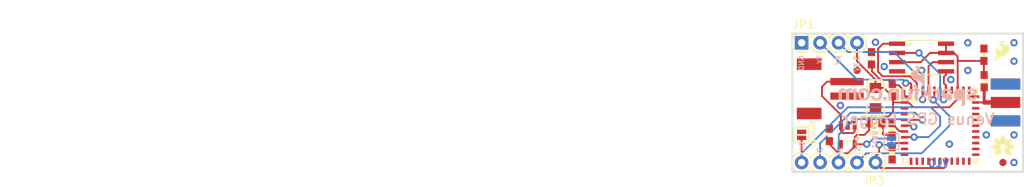
<source format=kicad_pcb>
(kicad_pcb (version 20211014) (generator pcbnew)
  (layers (0 "F.Cu" signal) (31 "B.Cu" signal) (34 "B.Paste" user) (35 "F.Paste" user) (36 "B.SilkS" user "B.Silkscreen") (37 "F.SilkS" user "F.Silkscreen") (38 "B.Mask" user) (39 "F.Mask" user) (44 "Edge.Cuts" user))
  (net 0 "")
  (net 1 "GND")
  (net 2 "N$14")
  (net 3 "3.3V")
  (net 4 "N$1")
  (net 5 "MOSI")
  (net 6 "MISO")
  (net 7 "CLK")
  (net 8 "PPS")
  (net 9 "RX")
  (net 10 "TX")
  (net 11 "NAV")
  (net 12 "CS")
  (net 13 "N$3")
  (net 14 "GPIO1")
  (net 15 "GPIO2")
  (net 16 "GPIO24")
  (net 17 "BTSEL")
  (net 18 "RFGND")
  (net 19 "VBATT")
  (net 20 "VBAT")
  (net 21 "N$4")
  (footprint "boardEagle:EIA3216" (layer "F.Cu") (at 144.0561 104.3686 90)
    (fp_text reference "C2" (at -2.54 -1.381 90) (layer "F.SilkS") (effects (font (size 0.373888 0.373888) (thickness 0.032512)) (justify left bottom)))
    (fp_text value "10uF")
    (pad "A" smd rect (at 1.4 0 180) (size 1.6 1.4) (layers "F.Cu" "F.Paste" "F.Mask") (net 3 "3.3V"))
    (pad "C" smd rect (at -1.4 0 180) (size 1.6 1.4) (layers "F.Cu" "F.Paste" "F.Mask") (net 1 "GND"))
  )
  (footprint "boardEagle:0603-RES" (layer "F.Cu") (at 146.3421 111.9886 90)
    (fp_text reference "R2" (at -0.889 -0.762 90) (layer "F.SilkS") (effects (font (size 0.373888 0.373888) (thickness 0.032512)) (justify left bottom)))
    (fp_text value "10k")
    (pad "1" smd rect (at -0.85 0 90) (size 1.1 1) (layers "F.Cu" "F.Paste" "F.Mask") (net 1 "GND"))
    (pad "2" smd rect (at 0.85 0 90) (size 1.1 1) (layers "F.Cu" "F.Paste" "F.Mask") (net 17 "BTSEL"))
  )
  (footprint "boardEagle:SMA-EDGE" (layer "F.Cu") (at 161.9377 107.5156 90)
    (fp_text reference "J$1" hide)
    (fp_text value "SMA_EDGE" hide)
    (pad "GND@0" smd rect (at 0 0 90) (size 1.524 4.064) (layers "F.Cu" "F.Mask") (net 18 "RFGND"))
    (pad "GND@1" smd rect (at 5.08 0 90) (size 1.524 4.064) (layers "F.Cu" "F.Mask") (net 18 "RFGND"))
    (pad "GND@2" smd rect (at 0 0 90) (size 1.524 4.064) (layers "B.Cu" "B.Paste" "B.Mask") (net 18 "RFGND"))
    (pad "GND@3" smd rect (at 5.08 0 90) (size 1.524 4.064) (layers "B.Cu" "B.Paste" "B.Mask") (net 18 "RFGND"))
    (pad "SIG" smd rect (at 2.54 0 90) (size 1.524 4.064) (layers "F.Cu" "F.Mask") (net 2 "N$14"))
  )
  (footprint "boardEagle:0603-RES" (layer "F.Cu") (at 146.3675 103.2764 -90)
    (fp_text reference "R1" (at -0.889 -0.762 -90) (layer "F.SilkS") (effects (font (size 0.373888 0.373888) (thickness 0.032512)) (justify left bottom)))
    (fp_text value "33k")
    (pad "1" smd rect (at -0.85 0 270) (size 1.1 1) (layers "F.Cu" "F.Paste" "F.Mask") (net 13 "N$3"))
    (pad "2" smd rect (at 0.85 0 270) (size 1.1 1) (layers "F.Cu" "F.Paste" "F.Mask") (net 3 "3.3V"))
  )
  (footprint "boardEagle:0603-RES" (layer "F.Cu") (at 146.3421 108.6866 90)
    (fp_text reference "R6" (at -0.889 -0.762 90) (layer "F.SilkS") (effects (font (size 0.373888 0.373888) (thickness 0.032512)) (justify left bottom)))
    (fp_text value "330")
    (pad "1" smd rect (at -0.85 0 90) (size 1.1 1) (layers "F.Cu" "F.Paste" "F.Mask") (net 4 "N$1"))
    (pad "2" smd rect (at 0.85 0 90) (size 1.1 1) (layers "F.Cu" "F.Paste" "F.Mask") (net 11 "NAV"))
  )
  (footprint "boardEagle:SJ_2S" (layer "F.Cu") (at 133.8961 109.4486 -90)
    (fp_text reference "JP4" (at -0.9498 -1.27 -90) (layer "F.SilkS") (effects (font (size 0.373888 0.373888) (thickness 0.032512)) (justify left bottom)))
    (fp_text value "Low Power Mode")
    (pad "1" smd rect (at -0.4119 0 270) (size 0.635 1.27) (layers "F.Cu" "F.Paste" "F.Mask") (net 1 "GND"))
    (pad "2" smd rect (at 0.4119 0 270) (size 0.635 1.27) (layers "F.Cu" "F.Paste" "F.Mask") (net 16 "GPIO24"))
  )
  (footprint "boardEagle:1X05" (layer "F.Cu") (at 144.0561 113.2586 180)
    (fp_text reference "JP3" (at -1.3462 -1.8288 180) (layer "F.SilkS") (effects (font (size 1.143 1.143) (thickness 0.127)) (justify right top)))
    (fp_text value "General")
    (pad "1" thru_hole circle (at 0 0 270) (size 1.8796 1.8796) (drill 1.016) (layers *.Cu *.Mask) (net 20 "VBAT"))
    (pad "2" thru_hole circle (at 2.54 0 270) (size 1.8796 1.8796) (drill 1.016) (layers *.Cu *.Mask) (net 8 "PPS"))
    (pad "3" thru_hole circle (at 5.08 0 270) (size 1.8796 1.8796) (drill 1.016) (layers *.Cu *.Mask) (net 14 "GPIO1"))
    (pad "4" thru_hole circle (at 7.62 0 270) (size 1.8796 1.8796) (drill 1.016) (layers *.Cu *.Mask) (net 15 "GPIO2"))
    (pad "5" thru_hole circle (at 10.16 0 270) (size 1.8796 1.8796) (drill 1.016) (layers *.Cu *.Mask) (net 16 "GPIO24"))
  )
  (footprint "boardEagle:0603-CAP" (layer "F.Cu") (at 137.7061 109.4486 90)
    (fp_text reference "C1" (at -0.889 -0.762 90) (layer "F.SilkS") (effects (font (size 0.373888 0.373888) (thickness 0.032512)) (justify left bottom)))
    (fp_text value "0.1uF")
    (pad "1" smd rect (at -0.85 0 90) (size 1.1 1) (layers "F.Cu" "F.Paste" "F.Mask") (net 3 "3.3V"))
    (pad "2" smd rect (at 0.85 0 90) (size 1.1 1) (layers "F.Cu" "F.Paste" "F.Mask") (net 1 "GND"))
  )
  (footprint "boardEagle:FIDUCIAL-1X2" (layer "F.Cu") (at 161.5821 113.2586)
    (fp_text reference "FID1" hide)
    (fp_text value "FIDUCIAL1X2" hide)
    (pad "1" smd roundrect (at 0 0) (size 1 1) (layers "F.Cu" "F.Mask") (roundrect_rratio 0.5))
  )
  (footprint "boardEagle:LGA44" (layer "F.Cu") (at 152.9461 108.1786)
    (fp_text reference "U1" (at -4 -2) (layer "F.SilkS") (effects (font (size 0.373888 0.373888) (thickness 0.032512)) (justify left bottom)))
    (fp_text value "VENUS634SMD")
    (pad "1" smd rect (at -4.9 -4 180) (size 1 0.36) (layers "F.Cu" "F.Paste" "F.Mask") (net 13 "N$3"))
    (pad "2" smd rect (at -4.9 -3.2 180) (size 1 0.36) (layers "F.Cu" "F.Paste" "F.Mask") (net 3 "3.3V"))
    (pad "3" smd rect (at -4.9 -2.4 180) (size 1 0.36) (layers "F.Cu" "F.Paste" "F.Mask"))
    (pad "4" smd rect (at -4.9 -1.6 180) (size 1 0.36) (layers "F.Cu" "F.Paste" "F.Mask"))
    (pad "5" smd rect (at -4.9 -0.8 180) (size 1 0.36) (layers "F.Cu" "F.Paste" "F.Mask") (net 15 "GPIO2"))
    (pad "6" smd rect (at -4.9 0 180) (size 1 0.36) (layers "F.Cu" "F.Paste" "F.Mask") (net 14 "GPIO1"))
    (pad "7" smd rect (at -4.9 0.8 180) (size 1 0.36) (layers "F.Cu" "F.Paste" "F.Mask") (net 11 "NAV"))
    (pad "8" smd rect (at -4.9 1.6 180) (size 1 0.36) (layers "F.Cu" "F.Paste" "F.Mask") (net 16 "GPIO24"))
    (pad "9" smd rect (at -4.9 2.4 180) (size 1 0.36) (layers "F.Cu" "F.Paste" "F.Mask") (net 17 "BTSEL"))
    (pad "10" smd rect (at -4.9 3.2 180) (size 1 0.36) (layers "F.Cu" "F.Paste" "F.Mask") (net 1 "GND"))
    (pad "11" smd rect (at -4.9 4 180) (size 1 0.36) (layers "F.Cu" "F.Paste" "F.Mask") (net 1 "GND"))
    (pad "12" smd rect (at -4 4.9 270) (size 1 0.36) (layers "F.Cu" "F.Paste" "F.Mask"))
    (pad "13" smd rect (at -3.2 4.9 270) (size 1 0.36) (layers "F.Cu" "F.Paste" "F.Mask"))
    (pad "14" smd rect (at -2.4 4.9 270) (size 1 0.36) (layers "F.Cu" "F.Paste" "F.Mask") (net 1 "GND"))
    (pad "15" smd rect (at -1.6 4.9 270) (size 1 0.36) (layers "F.Cu" "F.Paste" "F.Mask") (net 1 "GND"))
    (pad "16" smd rect (at -0.8 4.9 270) (size 1 0.36) (layers "F.Cu" "F.Paste" "F.Mask"))
    (pad "17" smd rect (at 0 4.9 270) (size 1 0.36) (layers "F.Cu" "F.Paste" "F.Mask"))
    (pad "18" smd rect (at 0.8 4.9 270) (size 1 0.36) (layers "F.Cu" "F.Paste" "F.Mask") (net 20 "VBAT"))
    (pad "19" smd rect (at 1.6 4.9 270) (size 1 0.36) (layers "F.Cu" "F.Paste" "F.Mask") (net 1 "GND"))
    (pad "20" smd rect (at 2.4 4.9 270) (size 1 0.36) (layers "F.Cu" "F.Paste" "F.Mask"))
    (pad "21" smd rect (at 3.2 4.9 270) (size 1 0.36) (layers "F.Cu" "F.Paste" "F.Mask") (net 18 "RFGND"))
    (pad "22" smd rect (at 4 4.9 270) (size 1 0.36) (layers "F.Cu" "F.Paste" "F.Mask") (net 18 "RFGND"))
    (pad "23" smd rect (at 4.9 4) (size 1 0.36) (layers "F.Cu" "F.Paste" "F.Mask"))
    (pad "24" smd rect (at 4.9 3.2) (size 1 0.36) (layers "F.Cu" "F.Paste" "F.Mask") (net 18 "RFGND"))
    (pad "25" smd rect (at 4.9 2.4) (size 1 0.36) (layers "F.Cu" "F.Paste" "F.Mask") (net 18 "RFGND"))
    (pad "26" smd rect (at 4.9 1.6) (size 1 0.36) (layers "F.Cu" "F.Paste" "F.Mask"))
    (pad "27" smd rect (at 4.9 0.8) (size 1 0.36) (layers "F.Cu" "F.Paste" "F.Mask") (net 18 "RFGND"))
    (pad "28" smd rect (at 4.9 0) (size 1 0.36) (layers "F.Cu" "F.Paste" "F.Mask") (net 18 "RFGND"))
    (pad "29" smd rect (at 4.9 -0.8) (size 1 0.36) (layers "F.Cu" "F.Paste" "F.Mask") (net 18 "RFGND"))
    (pad "30" smd rect (at 4.9 -1.6) (size 1 0.36) (layers "F.Cu" "F.Paste" "F.Mask"))
    (pad "31" smd rect (at 4.9 -2.4) (size 1 0.36) (layers "F.Cu" "F.Paste" "F.Mask") (net 18 "RFGND"))
    (pad "32" smd rect (at 4.9 -3.2) (size 1 0.36) (layers "F.Cu" "F.Paste" "F.Mask") (net 2 "N$14"))
    (pad "33" smd rect (at 4.9 -4) (size 1 0.36) (layers "F.Cu" "F.Paste" "F.Mask") (net 18 "RFGND"))
    (pad "34" smd rect (at 4 -4.9 90) (size 1 0.36) (layers "F.Cu" "F.Paste" "F.Mask"))
    (pad "35" smd rect (at 3.2 -4.9 90) (size 1 0.36) (layers "F.Cu" "F.Paste" "F.Mask"))
    (pad "36" smd rect (at 2.4 -4.9 90) (size 1 0.36) (layers "F.Cu" "F.Paste" "F.Mask") (net 3 "3.3V"))
    (pad "37" smd rect (at 1.6 -4.9 90) (size 1 0.36) (layers "F.Cu" "F.Paste" "F.Mask") (net 1 "GND"))
    (pad "38" smd rect (at 0.8 -4.9 90) (size 1 0.36) (layers "F.Cu" "F.Paste" "F.Mask") (net 5 "MOSI"))
    (pad "39" smd rect (at 0 -4.9 90) (size 1 0.36) (layers "F.Cu" "F.Paste" "F.Mask") (net 6 "MISO"))
    (pad "40" smd rect (at -0.8 -4.9 90) (size 1 0.36) (layers "F.Cu" "F.Paste" "F.Mask") (net 8 "PPS"))
    (pad "41" smd rect (at -1.6 -4.9 90) (size 1 0.36) (layers "F.Cu" "F.Paste" "F.Mask") (net 7 "CLK"))
    (pad "42" smd rect (at -2.4 -4.9 90) (size 1 0.36) (layers "F.Cu" "F.Paste" "F.Mask") (net 9 "RX"))
    (pad "43" smd rect (at -3.2 -4.9 90) (size 1 0.36) (layers "F.Cu" "F.Paste" "F.Mask") (net 12 "CS"))
    (pad "44" smd rect (at -4 -4.9 90) (size 1 0.36) (layers "F.Cu" "F.Paste" "F.Mask") (net 10 "TX"))
  )
  (footprint "boardEagle:SOT23-5" (layer "F.Cu") (at 140.2461 109.4486 180)
    (fp_text reference "U3" (at -0.889 -2.159 180) (layer "F.SilkS") (effects (font (size 0.373888 0.373888) (thickness 0.032512)) (justify right top)))
    (fp_text value "V_REG_LDOSMD")
    (pad "1" smd rect (at -0.95 1.3001 180) (size 0.55 1.2) (layers "F.Cu" "F.Paste" "F.Mask") (net 19 "VBATT"))
    (pad "2" smd rect (at 0 1.3001 180) (size 0.55 1.2) (layers "F.Cu" "F.Paste" "F.Mask") (net 1 "GND"))
    (pad "3" smd rect (at 0.95 1.3001 180) (size 0.55 1.2) (layers "F.Cu" "F.Paste" "F.Mask") (net 19 "VBATT"))
    (pad "4" smd rect (at 0.95 -1.3001 180) (size 0.55 1.2) (layers "F.Cu" "F.Paste" "F.Mask"))
    (pad "5" smd rect (at -0.95 -1.3001 180) (size 0.55 1.2) (layers "F.Cu" "F.Paste" "F.Mask") (net 3 "3.3V"))
  )
  (footprint "boardEagle:S2B-PH" (layer "F.Cu") (at 136.4361 103.0986 90)
    (fp_text reference "JP2" (at -1.27 -1.27 90) (layer "F.SilkS") (effects (font (size 0.373888 0.373888) (thickness 0.032512)) (justify left bottom)))
    (fp_text value "Battery")
    (pad "1" smd rect (at -1 3.7 90) (size 1 4.6) (layers "F.Cu" "F.Paste" "F.Mask") (net 1 "GND"))
    (pad "2" smd rect (at 1 3.7 90) (size 1 4.6) (layers "F.Cu" "F.Paste" "F.Mask") (net 19 "VBATT"))
    (pad "NC1" smd rect (at -3.4 -1.5 180) (size 3.4 1.6) (layers "F.Cu" "F.Paste" "F.Mask"))
    (pad "NC2" smd rect (at 3.4 -1.5 180) (size 3.4 1.6) (layers "F.Cu" "F.Paste" "F.Mask"))
  )
  (footprint "boardEagle:SFE-LOGO-FLAME" (layer "F.Cu") (at 160.5661 99.2886)
    (fp_text reference "U$1" hide)
    (fp_text value "LOGO-SFESK" hide)
  )
  (footprint "boardEagle:0603-CAP" (layer "F.Cu") (at 143.4973 98.8822 90)
    (fp_text reference "C3" (at -0.889 -0.762 90) (layer "F.SilkS") (effects (font (size 0.373888 0.373888) (thickness 0.032512)) (justify left bottom)))
    (fp_text value "1uF")
    (pad "1" smd rect (at -0.85 0 90) (size 1.1 1) (layers "F.Cu" "F.Paste" "F.Mask") (net 13 "N$3"))
    (pad "2" smd rect (at 0.85 0 90) (size 1.1 1) (layers "F.Cu" "F.Paste" "F.Mask") (net 1 "GND"))
  )
  (footprint "boardEagle:LED-0603" (layer "F.Cu") (at 144.0561 107.9246 -90)
    (fp_text reference "LED3" (at -0.6985 0.889) (layer "F.SilkS") (effects (font (size 0.373888 0.373888) (thickness 0.032512)) (justify left bottom)))
    (fp_text value "Green")
    (pad "A" smd roundrect (at 0 0.877 270) (size 1 1) (layers "F.Cu" "F.Paste" "F.Mask") (roundrect_rratio 0.15) (net 3 "3.3V"))
    (pad "C" smd roundrect (at 0 -0.877 270) (size 1 1) (layers "F.Cu" "F.Paste" "F.Mask") (roundrect_rratio 0.15) (net 4 "N$1"))
  )
  (footprint "boardEagle:SO08-EIAJ" (layer "F.Cu") (at 150.4061 98.7806 -90)
    (fp_text reference "U4" (at -1.27 0.762 -90) (layer "F.SilkS") (effects (font (size 0.373888 0.373888) (thickness 0.032512)) (justify left bottom)))
    (fp_text value "SPI_FLASH-X25XXSMD1")
    (pad "1" smd rect (at -1.905 3.3782 270) (size 0.6096 2.2098) (layers "F.Cu" "F.Paste" "F.Mask") (net 12 "CS"))
    (pad "2" smd rect (at -0.635 3.3782 270) (size 0.6096 2.2098) (layers "F.Cu" "F.Paste" "F.Mask") (net 6 "MISO"))
    (pad "3" smd rect (at 0.635 3.3782 270) (size 0.6096 2.2098) (layers "F.Cu" "F.Paste" "F.Mask") (net 3 "3.3V"))
    (pad "4" smd rect (at 1.905 3.3782 270) (size 0.6096 2.2098) (layers "F.Cu" "F.Paste" "F.Mask") (net 1 "GND"))
    (pad "5" smd rect (at 1.905 -3.3528 270) (size 0.6096 2.2098) (layers "F.Cu" "F.Paste" "F.Mask") (net 5 "MOSI"))
    (pad "6" smd rect (at 0.635 -3.3528 270) (size 0.6096 2.2098) (layers "F.Cu" "F.Paste" "F.Mask") (net 7 "CLK"))
    (pad "7" smd rect (at -0.635 -3.3528 270) (size 0.6096 2.2098) (layers "F.Cu" "F.Paste" "F.Mask") (net 3 "3.3V"))
    (pad "8" smd rect (at -1.905 -3.3528 270) (size 0.6096 2.2098) (layers "F.Cu" "F.Paste" "F.Mask") (net 3 "3.3V"))
  )
  (footprint "boardEagle:1X04" (layer "F.Cu") (at 133.8961 96.7486)
    (fp_text reference "JP1" (at -1.3462 -1.8288) (layer "F.SilkS") (effects (font (size 1.143 1.143) (thickness 0.127)) (justify left bottom)))
    (fp_text value "UART")
    (pad "1" thru_hole rect (at 0 0 90) (size 1.8796 1.8796) (drill 1.016) (layers *.Cu *.Mask) (net 1 "GND"))
    (pad "2" thru_hole circle (at 2.54 0 90) (size 1.8796 1.8796) (drill 1.016) (layers *.Cu *.Mask) (net 10 "TX"))
    (pad "3" thru_hole circle (at 5.08 0 90) (size 1.8796 1.8796) (drill 1.016) (layers *.Cu *.Mask) (net 9 "RX"))
    (pad "4" thru_hole circle (at 7.62 0 90) (size 1.8796 1.8796) (drill 1.016) (layers *.Cu *.Mask) (net 3 "3.3V"))
  )
  (footprint "boardEagle:0603-CAP" (layer "F.Cu") (at 158.9659 98.3996 90)
    (fp_text reference "C4" (at -0.889 -0.762 90) (layer "F.SilkS") (effects (font (size 0.373888 0.373888) (thickness 0.032512)) (justify left bottom)))
    (fp_text value "22pF")
    (pad "1" smd rect (at -0.85 0 90) (size 1.1 1) (layers "F.Cu" "F.Paste" "F.Mask") (net 3 "3.3V"))
    (pad "2" smd rect (at 0.85 0 90) (size 1.1 1) (layers "F.Cu" "F.Paste" "F.Mask") (net 18 "RFGND"))
  )
  (footprint "boardEagle:FIDUCIAL-1X2" (layer "F.Cu") (at 141.5161 100.5586)
    (fp_text reference "FID2" hide)
    (fp_text value "FIDUCIAL1X2" hide)
    (pad "1" smd roundrect (at 0 0) (size 1 1) (layers "F.Cu" "F.Mask") (roundrect_rratio 0.5))
  )
  (footprint "boardEagle:OSHW-LOGO-S" (layer "F.Cu") (at 161.5821 111.0996)
    (fp_text reference "U$2" hide)
    (fp_text value "" hide)
  )
  (footprint "boardEagle:CREATIVE_COMMONS" (layer "F.Cu") (at 43.957644 114.5286)
    (fp_text reference "FRAME1" hide)
    (fp_text value "FRAME-LETTER" hide)
  )
  (footprint "boardEagle:0603-RES" (layer "F.Cu") (at 159.004 102.0419 -90)
    (fp_text reference "U2" (at -0.889 -0.762 -90) (layer "F.SilkS") (effects (font (size 0.373888 0.373888) (thickness 0.032512)) (justify left bottom)))
    (fp_text value "33nH")
    (pad "1" smd rect (at -0.85 0 270) (size 1.1 1) (layers "F.Cu" "F.Paste" "F.Mask") (net 3 "3.3V"))
    (pad "2" smd rect (at 0.85 0 270) (size 1.1 1) (layers "F.Cu" "F.Paste" "F.Mask") (net 2 "N$14"))
  )
  (footprint "boardEagle:SFE-NEW-WEBLOGO" (layer "B.Cu") (at 158.0261 105.6386 180)
    (fp_text reference "U$3" hide)
    (fp_text value "" hide)
  )
  (footprint "boardEagle:SJ_2S" (layer "B.Cu") (at 146.2659 110.363 90)
    (fp_text reference "JP5" (at -0.9498 1.27 270) (layer "B.SilkS") (effects (font (size 0.373888 0.373888) (thickness 0.032512)) (justify left bottom mirror)))
    (fp_text value "VBAT Select")
    (pad "1" smd rect (at -0.4119 0 90) (size 0.635 1.27) (layers "B.Cu" "B.Paste" "B.Mask") (net 20 "VBAT"))
    (pad "2" smd rect (at 0.4119 0 90) (size 0.635 1.27) (layers "B.Cu" "B.Paste" "B.Mask") (net 3 "3.3V"))
  )
  (gr_line (start 164.3761 114.5286) (end 164.3761 95.4786) (layer "Edge.Cuts") (width 0.254))
  (gr_line (start 132.6261 114.5286) (end 164.3761 114.5286) (layer "Edge.Cuts") (width 0.254))
  (gr_line (start 132.6261 95.4786) (end 132.6261 114.5286) (layer "Edge.Cuts") (width 0.254))
  (gr_line (start 164.3761 95.4786) (end 132.6261 95.4786) (layer "Edge.Cuts") (width 0.254))
  (gr_text "V10" (at 154.3177 113.9952) (layer "B.Cu") (effects (font (size 1.0414 1.0414) (thickness 0.2286)) (justify left bottom mirror)))
  (gr_text "3.3V" (at 141.8971 98.3996 -270) (layer "B.SilkS") (effects (font (size 0.69088 0.69088) (thickness 0.12192)) (justify left bottom mirror)))
  (gr_text "Venus GPS Logger" (at 160.5661 108.1786) (layer "B.SilkS") (effects (font (size 1.5113 1.5113) (thickness 0.2667)) (justify left bottom mirror)))
  (gr_text "1" (at 139.3571 111.0996 -270) (layer "B.SilkS") (effects (font (size 0.69088 0.69088) (thickness 0.12192)) (justify left bottom mirror)))
  (gr_text "2" (at 136.8171 111.0996 -270) (layer "B.SilkS") (effects (font (size 0.69088 0.69088) (thickness 0.12192)) (justify left bottom mirror)))
  (gr_text "GND" (at 134.2771 98.3996 -270) (layer "B.SilkS") (effects (font (size 0.69088 0.69088) (thickness 0.12192)) (justify left bottom mirror)))
  (gr_text "RX" (at 139.3571 98.3996 -270) (layer "B.SilkS") (effects (font (size 0.69088 0.69088) (thickness 0.12192)) (justify left bottom mirror)))
  (gr_text "PPS" (at 142.0241 109.5756 -270) (layer "B.SilkS") (effects (font (size 0.69088 0.69088) (thickness 0.12192)) (justify left bottom mirror)))
  (gr_text "VBAT" (at 144.4371 108.8136 -270) (layer "B.SilkS") (effects (font (size 0.69088 0.69088) (thickness 0.12192)) (justify left bottom mirror)))
  (gr_text "TX" (at 136.8171 98.3996 -270) (layer "B.SilkS") (effects (font (size 0.69088 0.69088) (thickness 0.12192)) (justify left bottom mirror)))
  (gr_text "24" (at 134.4041 110.3376 -270) (layer "B.SilkS") (effects (font (size 0.69088 0.69088) (thickness 0.12192)) (justify left bottom mirror)))
  (gr_text "NAV" (at 143.1163 109.474) (layer "F.SilkS") (effects (font (size 0.69088 0.69088) (thickness 0.12192)) (justify left bottom)))
  (gr_text "LW" (at 135.9281 111.3536 90) (layer "F.SilkS") (effects (font (size 0.69088 0.69088) (thickness 0.12192)) (justify left bottom)))
  (gr_text "PWR" (at 135.9281 109.5756 90) (layer "F.SilkS") (effects (font (size 0.69088 0.69088) (thickness 0.12192)) (justify left bottom)))
  (via (at 150.4061 100.5586) (size 1.016) (drill 0.508) (layers "F.Cu" "B.Cu") (net 1))
  (via (at 144.0561 96.6724) (size 1.016) (drill 0.508) (layers "F.Cu" "B.Cu") (net 1))
  (via (at 154.4193 101.8286) (size 1.016) (drill 0.508) (layers "F.Cu" "B.Cu") (net 1))
  (via (at 139.2301 105.3846) (size 1.016) (drill 0.508) (layers "F.Cu" "B.Cu") (net 1))
  (via (at 145.2499 100.0252) (size 1.016) (drill 0.508) (layers "F.Cu" "B.Cu") (net 1))
  (via (at 154.2161 110.7186) (size 1.016) (drill 0.508) (layers "F.Cu" "B.Cu") (net 1))
  (segment (start 157.8468 104.9779) (end 159.004 104.9779) (width 0.254) (layer "F.Cu") (net 2))
  (segment (start 159.0063 104.9756) (end 159.0063 102.8942) (width 0.4064) (layer "F.Cu") (net 2))
  (segment (start 159.004 104.9779) (end 159.0063 104.9756) (width 0.254) (layer "F.Cu") (net 2))
  (segment (start 159.0063 104.9756) (end 161.9377 104.9756) (width 0.6096) (layer "F.Cu") (net 2))
  (segment (start 157.8461 104.9786) (end 157.8468 104.9779) (width 0.254) (layer "F.Cu") (net 2))
  (segment (start 159.0063 102.8942) (end 159.004 102.8919) (width 0.4064) (layer "F.Cu") (net 2))
  (segment (start 140.2461 111.9886) (end 141.1961 111.0386) (width 0.254) (layer "F.Cu") (net 3))
  (segment (start 149.2631 105.6386) (end 154.2161 105.6386) (width 0.254) (layer "F.Cu") (net 3))
  (segment (start 155.3591 99.2886) (end 155.3591 102.7306) (width 0.254) (layer "F.Cu") (net 3))
  (segment (start 158.9659 101.1538) (end 159.004 101.1919) (width 0.254) (layer "F.Cu") (net 3))
  (segment (start 143.1671 108.8136) (end 143.1671 107.9366) (width 0.254) (layer "F.Cu") (net 3))
  (segment (start 146.5326 104.3051) (end 146.4691 104.3686) (width 0.254) (layer "F.Cu") (net 3))
  (segment (start 146.3675 104.1264) (end 146.3675 104.14) (width 0.254) (layer "F.Cu") (net 3))
  (segment (start 146.4691 104.9786) (end 146.4691 106.2736) (width 0.254) (layer "F.Cu") (net 3))
  (segment (start 141.1961 109.7686) (end 141.5161 109.4486) (width 0.254) (layer "F.Cu") (net 3))
  (segment (start 146.4691 104.228) (end 146.3675 104.1264) (width 0.254) (layer "F.Cu") (net 3))
  (segment (start 138.9761 111.9886) (end 140.2461 111.9886) (width 0.254) (layer "F.Cu") (net 3))
  (segment (start 142.5321 109.4486) (end 143.1671 108.8136) (width 0.254) (layer "F.Cu") (net 3))
  (segment (start 154.2161 105.6386) (end 155.3591 104.4956) (width 0.254) (layer "F.Cu") (net 3))
  (segment (start 155.3591 103.2916) (end 155.3461 103.2786) (width 0.254) (layer "F.Cu") (net 3))
  (segment (start 141.5161 99.2886) (end 141.5161 96.7486) (width 0.254) (layer "F.Cu") (net 3))
  (segment (start 143.2941 106.9086) (end 143.1791 107.0236) (width 0.254) (layer "F.Cu") (net 3))
  (segment (start 158.9659 99.2496) (end 158.9659 101.1538) (width 0.254) (layer "F.Cu") (net 3))
  (segment (start 145.2097 102.9686) (end 146.3675 104.1264) (width 0.254) (layer "F.Cu") (net 3))
  (segment (start 155.3591 98.6536) (end 154.8511 98.1456) (width 0.254) (layer "F.Cu") (net 3))
  (segment (start 158.9659 99.2496) (end 155.3981 99.2496) (width 0.254) (layer "F.Cu") (net 3))
  (segment (start 137.7061 110.2986) (end 137.7061 110.7186) (width 0.254) (layer "F.Cu") (net 3))
  (segment (start 146.4691 104.3686) (end 146.4691 104.0756) (width 0.254) (layer "F.Cu") (net 3))
  (segment (start 143.1671 107.9366) (end 143.1791 107.9246) (width 0.254) (layer "F.Cu") (net 3))
  (segment (start 145.8341 106.9086) (end 143.2941 106.9086) (width 0.254) (layer "F.Cu") (net 3))
  (segment (start 153.7589 98.1456) (end 151.5491 98.1456) (width 0.254) (layer "F.Cu") (net 3))
  (segment (start 155.3591 99.2886) (end 155.3591 98.6536) (width 0.254) (layer "F.Cu") (net 3))
  (segment (start 143.1791 107.0236) (end 143.1791 107.9246) (width 0.254) (layer "F.Cu") (net 3))
  (segment (start 155.3591 104.4956) (end 155.3591 103.2916) (width 0.254) (layer "F.Cu") (net 3))
  (segment (start 154.8511 98.1456) (end 153.7589 98.1456) (width 0.254) (layer "F.Cu") (net 3))
  (segment (start 146.4691 106.2736) (end 145.8341 106.9086) (width 0.254) (layer "F.Cu") (net 3))
  (segment (start 141.1961 110.7487) (end 142.8217 110.7487) (width 0.254) (layer "F.Cu") (net 3))
  (segment (start 146.6215 104.2162) (end 146.5326 104.3051) (width 0.254) (layer "F.Cu") (net 3))
  (segment (start 141.1961 111.0386) (end 141.1961 110.7487) (width 0.254) (layer "F.Cu") (net 3))
  (segment (start 142.8217 110.7487) (end 142.8518 110.7186) (width 0.254) (layer "F.Cu") (net 3))
  (segment (start 155.3591 103.2656) (end 155.3591 102.7306) (width 0.254) (layer "F.Cu") (net 3))
  (segment (start 146.4691 104.9786) (end 146.4691 104.228) (width 0.254) (layer "F.Cu") (net 3))
  (segment (start 141.5161 109.4486) (end 142.5321 109.4486) (width 0.254) (layer "F.Cu") (net 3))
  (segment (start 155.3981 99.2496) (end 155.3591 99.2886) (width 0.254) (layer "F.Cu") (net 3))
  (segment (start 148.6031 104.9786) (end 149.2631 105.6386) (width 0.254) (layer "F.Cu") (net 3))
  (segment (start 150.2791 99.4156) (end 147.0279 99.4156) (width 0.254) (layer "F.Cu") (net 3))
  (segment (start 148.0461 104.9786) (end 146.4691 104.9786) (width 0.254) (layer "F.Cu") (net 3))
  (segment (start 155.3591 103.2656) (end 155.3461 103.2786) (width 0.254) (layer "F.Cu") (net 3))
  (segment (start 137.7061 110.7186) (end 138.9761 111.9886) (width 0.254) (layer "F.Cu") (net 3))
  (segment (start 144.0561 102.9686) (end 145.2097 102.9686) (width 0.254) (layer "F.Cu") (net 3))
  (segment (start 144.0561 101.8286) (end 144.0561 102.9686) (width 0.254) (layer "F.Cu") (net 3))
  (segment (start 155.3461 102.7176) (end 155.3591 102.7046) (width 0.254) (layer "F.Cu") (net 3))
  (segment (start 141.1961 110.7487) (end 141.1961 109.7686) (width 0.254) (layer "F.Cu") (net 3))
  (segment (start 153.7589 98.1456) (end 153.7589 96.8756) (width 0.254) (layer "F.Cu") (net 3))
  (segment (start 141.5161 99.2886) (end 144.0561 101.8286) (width 0.254) (layer "F.Cu") (net 3))
  (segment (start 148.0461 104.9786) (end 148.6031 104.9786) (width 0.254) (layer "F.Cu") (net 3))
  (segment (start 155.3591 102.7306) (end 155.3461 102.7176) (width 0.254) (layer "F.Cu") (net 3))
  (segment (start 151.5491 98.1456) (end 150.2791 99.4156) (width 0.254) (layer "F.Cu") (net 3))
  (segment (start 146.3675 104.14) (end 146.5326 104.3051) (width 0.254) (layer "F.Cu") (net 3))
  (via (at 142.8518 110.7186) (size 1.016) (drill 0.508) (layers "F.Cu" "B.Cu") (net 3))
  (segment (start 146.2604 109.9566) (end 146.2659 109.9511) (width 0.254) (layer "B.Cu") (net 3))
  (segment (start 143.7767 109.9566) (end 146.2604 109.9566) (width 0.254) (layer "B.Cu") (net 3))
  (segment (start 143.0147 110.7186) (end 143.7767 109.9566) (width 0.254) (layer "B.Cu") (net 3))
  (segment (start 142.8518 110.7186) (end 143.0147 110.7186) (width 0.254) (layer "B.Cu") (net 3))
  (segment (start 145.1991 109.4486) (end 145.0721 109.3216) (width 0.254) (layer "F.Cu") (net 4))
  (segment (start 145.0721 108.0636) (end 145.053478 107.9941) (width 0.254) (layer "F.Cu") (net 4))
  (segment (start 145.0721 109.3216) (end 145.0721 108.0636) (width 0.254) (layer "F.Cu") (net 4))
  (segment (start 145.0721 108.0636) (end 145.0721 108.0636) (width 0.254) (layer "F.Cu") (net 4))
  (segment (start 146.2541 109.4486) (end 145.1991 109.4486) (width 0.254) (layer "F.Cu") (net 4))
  (segment (start 145.053478 107.9941) (end 145.0026 107.943222) (width 0.254) (layer "F.Cu") (net 4))
  (segment (start 145.0026 107.943222) (end 144.9331 107.9246) (width 0.254) (layer "F.Cu") (net 4))
  (segment (start 146.2541 109.4486) (end 146.3421 109.5366) (width 0.254) (layer "F.Cu") (net 4))
  (segment (start 153.7461 102.6286) (end 153.4541 102.3366) (width 0.254) (layer "F.Cu") (net 5))
  (segment (start 153.7461 103.2786) (end 153.7461 102.6286) (width 0.254) (layer "F.Cu") (net 5))
  (segment (start 153.4541 102.3366) (end 153.4541 101.4476) (width 0.254) (layer "F.Cu") (net 5))
  (segment (start 153.4541 101.4476) (end 153.7589 101.1428) (width 0.254) (layer "F.Cu") (net 5))
  (segment (start 153.7589 101.1428) (end 153.7589 100.6856) (width 0.254) (layer "F.Cu") (net 5))
  (segment (start 153.4287 104.5972) (end 152.9461 104.1146) (width 0.254) (layer "F.Cu") (net 6))
  (segment (start 147.0279 98.1456) (end 150.0251 98.1456) (width 0.254) (layer "F.Cu") (net 6))
  (segment (start 152.9461 104.1146) (end 152.9461 103.2786) (width 0.254) (layer "F.Cu") (net 6))
  (via (at 153.4287 104.5972) (size 1.016) (drill 0.508) (layers "F.Cu" "B.Cu") (net 6))
  (via (at 150.0251 98.1456) (size 1.016) (drill 0.508) (layers "F.Cu" "B.Cu") (net 6))
  (segment (start 152.9461 101.0666) (end 152.9461 104.1146) (width 0.254) (layer "B.Cu") (net 6))
  (segment (start 150.0251 98.1456) (end 152.9461 101.0666) (width 0.254) (layer "B.Cu") (net 6))
  (segment (start 152.9461 104.1146) (end 153.4287 104.5972) (width 0.254) (layer "B.Cu") (net 6))
  (segment (start 151.3461 99.9996) (end 151.9301 99.4156) (width 0.254) (layer "F.Cu") (net 7))
  (segment (start 151.3461 103.2786) (end 151.3461 99.9996) (width 0.254) (layer "F.Cu") (net 7))
  (segment (start 151.9301 99.4156) (end 153.7589 99.4156) (width 0.254) (layer "F.Cu") (net 7))
  (segment (start 152.0063 104.6226) (end 152.1461 104.4828) (width 0.254) (layer "F.Cu") (net 8))
  (segment (start 152.1461 104.4828) (end 152.1461 103.2786) (width 0.254) (layer "F.Cu") (net 8))
  (via (at 152.0063 104.6226) (size 1.016) (drill 0.508) (layers "F.Cu" "B.Cu") (net 8))
  (segment (start 154.2161 108.1786) (end 154.2161 106.8324) (width 0.254) (layer "B.Cu") (net 8))
  (segment (start 141.5161 113.2586) (end 142.7861 111.9886) (width 0.254) (layer "B.Cu") (net 8))
  (segment (start 142.7861 111.9886) (end 150.4061 111.9886) (width 0.254) (layer "B.Cu") (net 8))
  (segment (start 150.4061 111.9886) (end 154.2161 108.1786) (width 0.254) (layer "B.Cu") (net 8))
  (segment (start 154.2161 106.8324) (end 152.0063 104.6226) (width 0.254) (layer "B.Cu") (net 8))
  (segment (start 150.5331 103.2916) (end 150.5331 104.5718) (width 0.254) (layer "F.Cu") (net 9))
  (segment (start 150.5461 103.2786) (end 150.5331 103.2916) (width 0.254) (layer "F.Cu") (net 9))
  (via (at 150.5331 104.5718) (size 1.016) (drill 0.508) (layers "F.Cu" "B.Cu") (net 9))
  (segment (start 140.2461 98.0186) (end 146.5961 98.0186) (width 0.254) (layer "B.Cu") (net 9))
  (segment (start 150.6601 104.4448) (end 150.5331 104.5718) (width 0.254) (layer "B.Cu") (net 9))
  (segment (start 150.6601 102.0826) (end 150.6601 104.4448) (width 0.254) (layer "B.Cu") (net 9))
  (segment (start 138.9761 96.7486) (end 140.2461 98.0186) (width 0.254) (layer "B.Cu") (net 9))
  (segment (start 146.5961 98.0186) (end 150.6601 102.0826) (width 0.254) (layer "B.Cu") (net 9))
  (segment (start 148.8567 102.3112) (end 148.9461 102.4006) (width 0.254) (layer "F.Cu") (net 10))
  (segment (start 148.9461 102.4006) (end 148.9461 103.2786) (width 0.254) (layer "F.Cu") (net 10))
  (segment (start 148.2217 102.3112) (end 148.8567 102.3112) (width 0.254) (layer "F.Cu") (net 10))
  (via (at 148.2217 102.3112) (size 1.016) (drill 0.508) (layers "F.Cu" "B.Cu") (net 10))
  (segment (start 141.5161 101.8286) (end 147.8661 101.8286) (width 0.254) (layer "B.Cu") (net 10))
  (segment (start 148.2217 102.1842) (end 148.2217 102.3112) (width 0.254) (layer "B.Cu") (net 10))
  (segment (start 147.8661 101.8286) (end 148.2217 102.1842) (width 0.254) (layer "B.Cu") (net 10))
  (segment (start 136.4361 96.7486) (end 141.5161 101.8286) (width 0.254) (layer "B.Cu") (net 10))
  (segment (start 147.3581 108.9406) (end 146.3421 107.9246) (width 0.254) (layer "F.Cu") (net 11))
  (segment (start 146.3811 107.7976) (end 146.3421 107.8366) (width 0.254) (layer "F.Cu") (net 11))
  (segment (start 146.3421 107.9246) (end 146.3421 107.8366) (width 0.254) (layer "F.Cu") (net 11))
  (segment (start 148.0081 108.9406) (end 147.3581 108.9406) (width 0.254) (layer "F.Cu") (net 11))
  (segment (start 146.3811 107.7976) (end 146.3811 108.0906) (width 0.254) (layer "F.Cu") (net 11))
  (segment (start 148.0081 108.9406) (end 148.0461 108.9786) (width 0.254) (layer "F.Cu") (net 11))
  (segment (start 145.0467 101.3714) (end 148.8059 101.3714) (width 0.254) (layer "F.Cu") (net 12))
  (segment (start 145.0975 96.8756) (end 147.0279 96.8756) (width 0.254) (layer "F.Cu") (net 12))
  (segment (start 146.9771 96.8248) (end 147.0279 96.8756) (width 0.254) (layer "F.Cu") (net 12))
  (segment (start 144.4117 97.5614) (end 145.0975 96.8756) (width 0.254) (layer "F.Cu") (net 12))
  (segment (start 145.0467 101.3714) (end 144.4117 100.7364) (width 0.254) (layer "F.Cu") (net 12))
  (segment (start 149.7461 102.3116) (end 149.7461 103.2786) (width 0.254) (layer "F.Cu") (net 12))
  (segment (start 148.8059 101.3714) (end 149.7461 102.3116) (width 0.254) (layer "F.Cu") (net 12))
  (segment (start 144.4117 100.7364) (end 144.4117 97.5614) (width 0.254) (layer "F.Cu") (net 12))
  (segment (start 143.3957 99.8338) (end 143.4973 99.7322) (width 0.254) (layer "F.Cu") (net 13))
  (segment (start 146.5317 102.5906) (end 146.3675 102.4264) (width 0.254) (layer "F.Cu") (net 13))
  (segment (start 148.0461 103.4056) (end 147.2311 102.5906) (width 0.254) (layer "F.Cu") (net 13))
  (segment (start 143.5735 99.8084) (end 143.4973 99.7322) (width 0.254) (layer "F.Cu") (net 13))
  (segment (start 144.7673 101.8794) (end 145.8205 101.8794) (width 0.254) (layer "F.Cu") (net 13))
  (segment (start 147.2311 102.5906) (end 146.5317 102.5906) (width 0.254) (layer "F.Cu") (net 13))
  (segment (start 145.8205 101.8794) (end 146.3675 102.4264) (width 0.254) (layer "F.Cu") (net 13))
  (segment (start 143.5735 99.8084) (end 143.5735 100.6856) (width 0.254) (layer "F.Cu") (net 13))
  (segment (start 143.5735 100.6856) (end 144.7673 101.8794) (width 0.254) (layer "F.Cu") (net 13))
  (segment (start 148.0461 104.1786) (end 148.0461 103.4056) (width 0.254) (layer "F.Cu") (net 13))
  (segment (start 149.1615 108.1786) (end 149.3139 108.331) (width 0.254) (layer "F.Cu") (net 14))
  (segment (start 148.0461 108.1786) (end 149.1615 108.1786) (width 0.254) (layer "F.Cu") (net 14))
  (via (at 149.3139 108.331) (size 1.016) (drill 0.508) (layers "F.Cu" "B.Cu") (net 14))
  (segment (start 141.1351 107.2896) (end 148.2725 107.2896) (width 0.254) (layer "B.Cu") (net 14))
  (segment (start 149.1615 108.1786) (end 149.3139 108.331) (width 0.254) (layer "B.Cu") (net 14))
  (segment (start 138.9761 113.2586) (end 138.9761 109.4486) (width 0.254) (layer "B.Cu") (net 14))
  (segment (start 148.2725 107.2896) (end 149.3139 108.331) (width 0.254) (layer "B.Cu") (net 14))
  (segment (start 138.9761 109.4486) (end 141.1351 107.2896) (width 0.254) (layer "B.Cu") (net 14))
  (segment (start 150.4951 107.3786) (end 148.0461 107.3786) (width 0.254) (layer "F.Cu") (net 15))
  (segment (start 150.5077 107.3912) (end 150.4951 107.3786) (width 0.254) (layer "F.Cu") (net 15))
  (via (at 150.5077 107.3912) (size 1.016) (drill 0.508) (layers "F.Cu" "B.Cu") (net 15))
  (segment (start 149.5171 106.4006) (end 150.5077 107.3912) (width 0.254) (layer "B.Cu") (net 15))
  (segment (start 140.6271 106.4006) (end 149.5171 106.4006) (width 0.254) (layer "B.Cu") (net 15))
  (segment (start 136.4361 110.5916) (end 140.6271 106.4006) (width 0.254) (layer "B.Cu") (net 15))
  (segment (start 150.4823 107.3658) (end 150.5077 107.3912) (width 0.254) (layer "B.Cu") (net 15))
  (segment (start 150.5077 107.3912) (end 150.4823 107.4166) (width 0.254) (layer "B.Cu") (net 15))
  (segment (start 136.4361 113.2586) (end 136.4361 110.5916) (width 0.254) (layer "B.Cu") (net 15))
  (segment (start 149.3647 109.7534) (end 148.0713 109.7534) (width 0.254) (layer "F.Cu") (net 16))
  (segment (start 148.0713 109.7534) (end 148.0461 109.7786) (width 0.254) (layer "F.Cu") (net 16))
  (segment (start 133.8961 113.2586) (end 133.8961 109.8605) (width 0.254) (layer "F.Cu") (net 16))
  (via (at 149.3647 109.7534) (size 1.016) (drill 0.508) (layers "F.Cu" "B.Cu") (net 16))
  (segment (start 133.8961 113.2586) (end 133.8961 111.9886) (width 0.254) (layer "B.Cu") (net 16))
  (segment (start 140.2461 105.6386) (end 151.6761 105.6386) (width 0.254) (layer "B.Cu") (net 16))
  (segment (start 152.9461 108.1786) (end 151.3713 109.7534) (width 0.254) (layer "B.Cu") (net 16))
  (segment (start 151.6761 105.6386) (end 152.9461 106.9086) (width 0.254) (layer "B.Cu") (net 16))
  (segment (start 152.9461 106.9086) (end 152.9461 108.1786) (width 0.254) (layer "B.Cu") (net 16))
  (segment (start 133.8961 111.9886) (end 140.2461 105.6386) (width 0.254) (layer "B.Cu") (net 16))
  (segment (start 151.3713 109.7534) (end 149.3647 109.7534) (width 0.254) (layer "B.Cu") (net 16))
  (segment (start 146.9021 110.5786) (end 146.3421 111.1386) (width 0.254) (layer "F.Cu") (net 17))
  (segment (start 148.0461 110.5786) (end 146.9021 110.5786) (width 0.254) (layer "F.Cu") (net 17))
  (segment (start 156.9461 104.1786) (end 156.7561 104.3686) (width 0.254) (layer "F.Cu") (net 18))
  (segment (start 157.8461 104.1786) (end 156.9461 104.1786) (width 0.254) (layer "F.Cu") (net 18))
  (via (at 163.1061 96.7486) (size 1.016) (drill 0.508) (layers "F.Cu" "B.Cu") (net 18))
  (via (at 156.7561 96.7486) (size 1.016) (drill 0.508) (layers "F.Cu" "B.Cu") (net 18))
  (via (at 163.1061 99.2886) (size 1.016) (drill 0.508) (layers "F.Cu" "B.Cu") (net 18))
  (via (at 163.1061 109.4486) (size 1.016) (drill 0.508) (layers "F.Cu" "B.Cu") (net 18))
  (via (at 163.1061 113.2586) (size 1.016) (drill 0.508) (layers "F.Cu" "B.Cu") (net 18))
  (via (at 159.2961 109.4486) (size 1.016) (drill 0.508) (layers "F.Cu" "B.Cu") (net 18))
  (via (at 156.7561 100.5586) (size 1.016) (drill 0.508) (layers "F.Cu" "B.Cu") (net 18))
  (segment (start 137.4107 102.0986) (end 140.1361 102.0986) (width 0.254) (layer "F.Cu") (net 19))
  (segment (start 139.2961 108.1485) (end 139.2961 106.6952) (width 0.254) (layer "F.Cu") (net 19))
  (segment (start 139.2961 108.1485) (end 139.2961 108.9558) (width 0.254) (layer "F.Cu") (net 19))
  (segment (start 136.6901 104.0892) (end 136.6901 102.8192) (width 0.254) (layer "F.Cu") (net 19))
  (segment (start 139.2961 106.6952) (end 136.6901 104.0892) (width 0.254) (layer "F.Cu") (net 19))
  (segment (start 139.2961 108.9558) (end 139.5349 109.1946) (width 0.254) (layer "F.Cu") (net 19))
  (segment (start 139.5349 109.1946) (end 140.9573 109.1946) (width 0.254) (layer "F.Cu") (net 19))
  (segment (start 141.1961 108.9558) (end 141.1961 108.1485) (width 0.254) (layer "F.Cu") (net 19))
  (segment (start 140.9573 109.1946) (end 141.1961 108.9558) (width 0.254) (layer "F.Cu") (net 19))
  (segment (start 136.6901 102.8192) (end 137.4107 102.0986) (width 0.254) (layer "F.Cu") (net 19))
  (segment (start 144.5641 111.8616) (end 144.5641 110.8147) (width 0.254) (layer "F.Cu") (net 20))
  (segment (start 144.0561 113.2586) (end 144.0561 112.3696) (width 0.254) (layer "F.Cu") (net 20))
  (segment (start 153.7461 113.754) (end 153.7461 113.0786) (width 0.254) (layer "F.Cu") (net 20))
  (segment (start 144.8181 114.0206) (end 153.4795 114.0206) (width 0.254) (layer "F.Cu") (net 20))
  (segment (start 153.4795 114.0206) (end 153.7461 113.754) (width 0.254) (layer "F.Cu") (net 20))
  (segment (start 144.8181 114.0206) (end 144.0561 113.2586) (width 0.254) (layer "F.Cu") (net 20))
  (segment (start 144.0561 112.3696) (end 144.5641 111.8616) (width 0.254) (layer "F.Cu") (net 20))
  (via (at 144.5641 110.8147) (size 1.016) (drill 0.508) (layers "F.Cu" "B.Cu") (net 20))
  (segment (start 144.5641 110.8147) (end 146.2261 110.8147) (width 0.254) (layer "B.Cu") (net 20))
  (segment (start 146.2261 110.8147) (end 146.2659 110.7749) (width 0.254) (layer "B.Cu") (net 20))
  (segment (start 146.2659 109.982) (end 146.2659 110.6678) (width 0.2032) (layer "B.Cu") (net 21))
)
</source>
